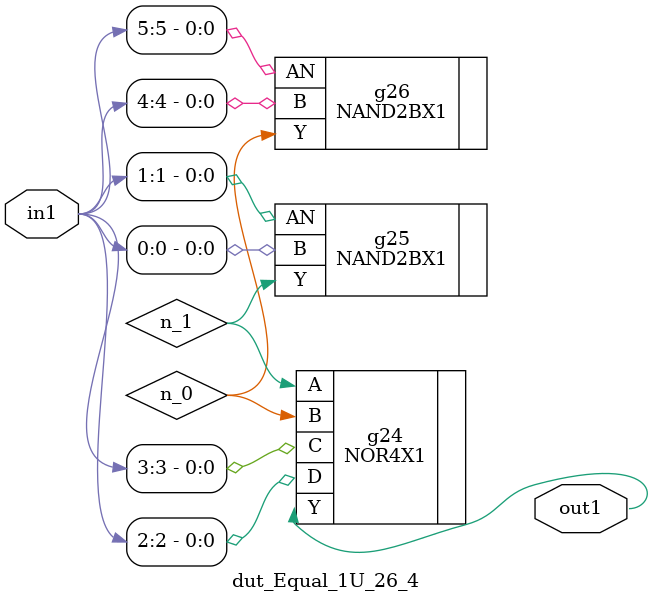
<source format=v>
`timescale 1ps / 1ps


module dut_Equal_1U_26_4(in1, out1);
  input [5:0] in1;
  output out1;
  wire [5:0] in1;
  wire out1;
  wire n_0, n_1;
  NOR4X1 g24(.A (n_1), .B (n_0), .C (in1[3]), .D (in1[2]), .Y (out1));
  NAND2BX1 g25(.AN (in1[1]), .B (in1[0]), .Y (n_1));
  NAND2BX1 g26(.AN (in1[5]), .B (in1[4]), .Y (n_0));
endmodule



</source>
